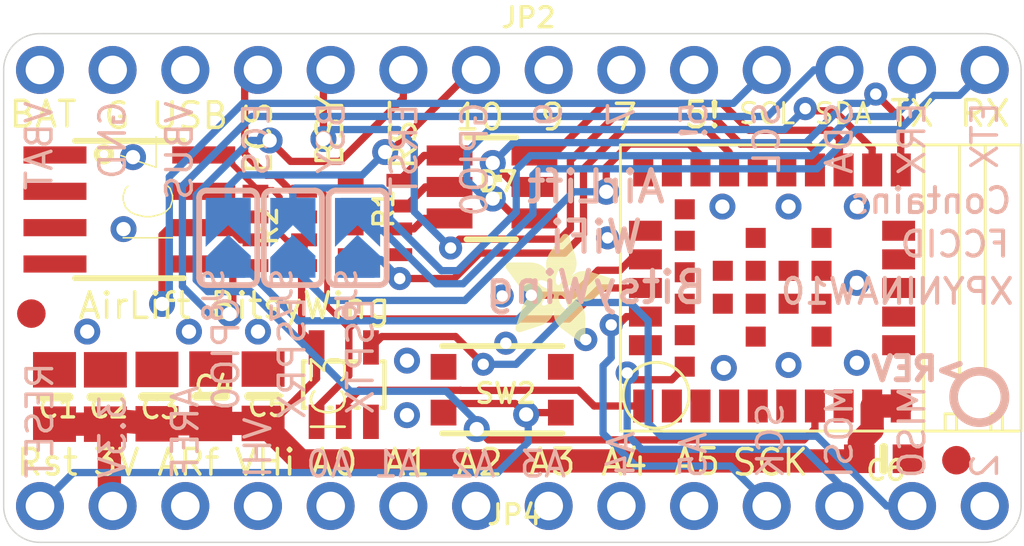
<source format=kicad_pcb>
(kicad_pcb (version 20211014) (generator pcbnew)
  (layers (0 "F.Cu" signal) (31 "B.Cu" signal) (34 "B.Paste" user) (35 "F.Paste" user) (36 "B.SilkS" user "B.Silkscreen") (37 "F.SilkS" user "F.Silkscreen") (38 "B.Mask" user) (39 "F.Mask" user) (44 "Edge.Cuts" user))
  (net 0 "")
  (net 1 "GND")
  (net 2 "MOSI")
  (net 3 "MISO")
  (net 4 "SCK")
  (net 5 "A5")
  (net 6 "A4")
  (net 7 "A3")
  (net 8 "A2")
  (net 9 "A1")
  (net 10 "VBUS")
  (net 11 "VBAT")
  (net 12 "AREF")
  (net 13 "A0")
  (net 14 "SCL")
  (net 15 "SDA")
  (net 16 "D9")
  (net 17 "D7")
  (net 18 "~{RESET}")
  (net 19 "D2")
  (net 20 "VHI")
  (net 21 "3.3V")
  (net 22 "ESP_MISO")
  (net 23 "ESP_BUSY")
  (net 24 "ESP_TX")
  (net 25 "RED")
  (net 26 "BLUE")
  (net 27 "GREEN")
  (net 28 "ESP_GPIO0")
  (net 29 "ESP_CS")
  (net 30 "ESP_RX")
  (net 31 "ESP_RESET")
  (net 32 "GPIO0")
  (net 33 "ETX")
  (net 34 "ERX")
  (net 35 "N$5")
  (net 36 "N$6")
  (net 37 "N$7")
  (net 38 "D5")
  (footprint "boardEagle:0805-NO" (layer "F.Cu") (at 134.2771 108.8136 90)
    (fp_text reference "C2")
    (fp_text value "10uF")
  )
  (footprint "boardEagle:0603-NO" (layer "F.Cu") (at 161.4805 110.9726)
    (fp_text reference "C6")
    (fp_text value "0.1uF")
  )
  (footprint "boardEagle:RESPACK_4X0603_NO" (layer "F.Cu") (at 143.7005 102.5398 90)
    (fp_text reference "R1")
    (fp_text value "1K")
  )
  (footprint "boardEagle:ADAFRUIT_3.5MM" (layer "F.Cu") (at 148.2471 106.9086)
    (fp_text reference "U$62" hide)
    (fp_text value "" hide)
  )
  (footprint "boardEagle:0805-NO" (layer "F.Cu") (at 136.0805 108.8009 90)
    (fp_text reference "C3")
    (fp_text value "10uF")
  )
  (footprint "boardEagle:SOIC8_150MIL" (layer "F.Cu") (at 135.1153 102.2604 -90)
    (fp_text reference "IC4")
    (fp_text value "ATECCX08")
  )
  (footprint "boardEagle:RESPACK_4X0603_NO" (layer "F.Cu") (at 140.3731 102.9208 -90)
    (fp_text reference "R2")
    (fp_text value "10K")
  )
  (footprint "boardEagle:1X14_ROUND70" (layer "F.Cu") (at 148.5011 112.6236 180)
    (fp_text reference "JP4")
    (fp_text value "")
  )
  (footprint "boardEagle:RGBLED_3535_PLCC6" (layer "F.Cu") (at 147.7645 101.473 -90)
    (fp_text reference "D7")
    (fp_text value "")
  )
  (footprint "boardEagle:FIDUCIAL_1MM" (layer "F.Cu") (at 164.0205 111.0234 -90)
    (fp_text reference "U$34" hide)
    (fp_text value "FIDUCIAL_1MM" hide)
  )
  (footprint "boardEagle:SOT23-5L" (layer "F.Cu") (at 142.6083 108.3818)
    (fp_text reference "IC3")
    (fp_text value "74AHC1G125")
  )
  (footprint "boardEagle:0805-NO" (layer "F.Cu") (at 139.7889 108.7882 90)
    (fp_text reference "C5")
    (fp_text value "10uF")
  )
  (footprint "boardEagle:1X14_ROUND70" (layer "F.Cu") (at 148.5011 97.3836)
    (fp_text reference "JP2")
    (fp_text value "")
  )
  (footprint "boardEagle:ARDUINO-UCS&SOCS_NINA-W1X" (layer "F.Cu") (at 158.0261 105.0036 180)
    (fp_text reference "U5" hide)
    (fp_text value "NINA-W102" hide)
  )
  (footprint "boardEagle:FIDUCIAL_1MM" (layer "F.Cu") (at 131.6899 105.8996 90)
    (fp_text reference "U$35" hide)
    (fp_text value "FIDUCIAL_1MM" hide)
  )
  (footprint "boardEagle:0805-NO" (layer "F.Cu") (at 132.4991 108.8136 90)
    (fp_text reference "C1")
    (fp_text value "10uF")
  )
  (footprint "boardEagle:BTN_KMR2_4.6X2.8" (layer "F.Cu") (at 148.1455 108.5596)
    (fp_text reference "SW2")
    (fp_text value "KMR2")
  )
  (footprint "boardEagle:0805-NO" (layer "F.Cu") (at 137.9601 108.7882 90)
    (fp_text reference "C4")
    (fp_text value "10uF")
  )
  (footprint "boardEagle:SOLDERJUMPER_ARROW_NOPASTE" (layer "B.Cu") (at 140.8303 103.251 90)
    (fp_text reference "SJ7")
    (fp_text value "")
  )
  (footprint "boardEagle:SOLDERJUMPER_ARROW_NOPASTE" (layer "B.Cu") (at 138.5697 103.251004 90)
    (fp_text reference "SJ8")
    (fp_text value "")
  )
  (footprint "boardEagle:PCBFEAT-REV-040" (layer "B.Cu") (at 164.8206 108.8136)
    (fp_text reference "U$6" hide)
    (fp_text value "" hide)
  )
  (footprint "boardEagle:SOLDERJUMPER_ARROW_NOPASTE" (layer "B.Cu") (at 143.0909 103.251 90)
    (fp_text reference "SJ6")
    (fp_text value "")
  )
  (gr_line (start 130.7211 97.3836) (end 130.7211 112.6236) (layer "Edge.Cuts") (width 0.05))
  (gr_line (start 166.2811 112.6236) (end 166.2811 97.3836) (layer "Edge.Cuts") (width 0.05))
  (gr_arc (start 130.7211 97.3836) (mid 131.093074 96.485574) (end 131.9911 96.1136) (layer "Edge.Cuts") (width 0.05))
  (gr_line (start 131.9911 113.8936) (end 165.0111 113.8936) (layer "Edge.Cuts") (width 0.05))
  (gr_arc (start 165.0111 96.1136) (mid 165.909126 96.485574) (end 166.2811 97.3836) (layer "Edge.Cuts") (width 0.05))
  (gr_arc (start 166.2811 112.6236) (mid 165.909126 113.521626) (end 165.0111 113.8936) (layer "Edge.Cuts") (width 0.05))
  (gr_arc (start 131.9911 113.8936) (mid 131.093074 113.521626) (end 130.7211 112.6236) (layer "Edge.Cuts") (width 0.05))
  (gr_line (start 165.0111 96.1136) (end 131.9911 96.1136) (layer "Edge.Cuts") (width 0.05))
  (gr_text "BSY" (at 142.1765 98.425 -270) (layer "B.SilkS") (effects (font (size 0.89408 0.89408) (thickness 0.12192)) (justify left mirror)))
  (gr_text "A1" (at 143.5735 111.1631) (layer "B.SilkS") (effects (font (size 0.89408 0.89408) (thickness 0.12192)) (justify right mirror)))
  (gr_text "SDA" (at 159.9311 98.425 -270) (layer "B.SilkS") (effects (font (size 0.89408 0.89408) (thickness 0.12192)) (justify left mirror)))
  (gr_text "MISO" (at 162.4711 111.7346 -270) (layer "B.SilkS") (effects (font (size 0.89408 0.89408) (thickness 0.12192)) (justify right mirror)))
  (gr_text "ERX" (at 162.4711 98.425 -270) (layer "B.SilkS") (effects (font (size 0.89408 0.89408) (thickness 0.12192)) (justify left mirror)))
  (gr_text "Contains" (at 166.0271 102.4636) (layer "B.SilkS") (effects (font (size 0.87376 0.87376) (thickness 0.14224)) (justify left bottom mirror)))
  (gr_text "9" (at 149.7711 98.425 -270) (layer "B.SilkS") (effects (font (size 0.89408 0.89408) (thickness 0.12192)) (justify left mirror)))
  (gr_text "ESPRX" (at 140.8049 105.2068 -270) (layer "B.SilkS") (effects (font (size 0.89408 0.89408) (thickness 0.12192)) (justify left mirror)))
  (gr_text "3.3V" (at 134.5311 111.7346 -270) (layer "B.SilkS") (effects (font (size 0.89408 0.89408) (thickness 0.12192)) (justify right mirror)))
  (gr_text "SCL" (at 157.3911 98.425 -270) (layer "B.SilkS") (effects (font (size 0.89408 0.89408) (thickness 0.12192)) (justify left mirror)))
  (gr_text "ERST" (at 144.7165 98.4758 -270) (layer "B.SilkS") (effects (font (size 0.89408 0.89408) (thickness 0.12192)) (justify left mirror)))
  (gr_text "VBAT" (at 131.9657 98.3996 -270) (layer "B.SilkS") (effects (font (size 0.89408 0.89408) (thickness 0.12192)) (justify left mirror)))
  (gr_text "AREF" (at 137.0711 111.7346 -270) (layer "B.SilkS") (effects (font (size 0.89408 0.89408) (thickness 0.12192)) (justify right mirror)))
  (gr_text "ECS" (at 139.5603 98.4504 -270) (layer "B.SilkS") (effects (font (size 0.89408 0.89408) (thickness 0.12192)) (justify left mirror)))
  (gr_text "AirLift\nWiFi\nBitsyWing" (at 151.4221 103.2256) (layer "B.SilkS") (effects (font (size 1.0922 1.0922) (thickness 0.1778)) (justify mirror)))
  (gr_text "A0" (at 142.9893 111.1631) (layer "B.SilkS") (effects (font (size 0.89408 0.89408) (thickness 0.12192)) (justify left mirror)))
  (gr_text "A3" (at 148.6789 111.1631) (layer "B.SilkS") (effects (font (size 0.89408 0.89408) (thickness 0.12192)) (justify right mirror)))
  (gr_text "RESET" (at 131.9911 111.7346 -270) (layer "B.SilkS") (effects (font (size 0.89408 0.89408) (thickness 0.12192)) (justify right mirror)))
  (gr_text "A4" (at 152.3111 111.7092 -270) (layer "B.SilkS") (effects (font (size 0.89408 0.89408) (thickness 0.12192)) (justify right mirror)))
  (gr_text "SCK" (at 157.5181 111.7346 -270) (layer "B.SilkS") (effects (font (size 0.89408 0.89408) (thickness 0.12192)) (justify right mirror)))
  (gr_text "GPIO0" (at 147.1803 98.425 -270) (layer "B.SilkS") (effects (font (size 0.89408 0.89408) (thickness 0.12192)) (justify left mirror)))
  (gr_text "ESPTX" (at 143.1925 105.2576 -270) (layer "B.SilkS") (effects (font (size 0.89408 0.89408) (thickness 0.12192)) (justify left mirror)))
  (gr_text "GPIO0" (at 138.4935 105.2068 -270) (layer "B.SilkS") (effects (font (size 0.89408 0.89408) (thickness 0.12192)) (justify left mirror)))
  (gr_text "2" (at 165.0111 111.7346 -270) (layer "B.SilkS") (effects (font (size 0.89408 0.89408) (thickness 0.12192)) (justify right mirror)))
  (gr_text "VBUS" (at 136.8679 98.3996 -270) (layer "B.SilkS") (effects (font (size 0.89408 0.89408) (thickness 0.12192)) (justify left mirror)))
  (gr_text "VHI" (at 139.6111 111.7346 -270) (layer "B.SilkS") (effects (font (size 0.89408 0.89408) (thickness 0.12192)) (justify right mirror)))
  (gr_text "FCCID" (at 165.9509 103.9876) (layer "B.SilkS") (effects (font (size 0.87376 0.87376) (thickness 0.14224)) (justify left bottom mirror)))
  (gr_text "A2" (at 146.2151 111.1631) (layer "B.SilkS") (effects (font (size 0.89408 0.89408) (thickness 0.12192)) (justify right mirror)))
  (gr_text "A5" (at 154.8257 111.7346 -270) (layer "B.SilkS") (effects (font (size 0.89408 0.89408) (thickness 0.12192)) (justify right mirror)))
  (gr_text "7" (at 152.3111 98.425 -270) (layer "B.SilkS") (effects (font (size 0.89408 0.89408) (thickness 0.12192)) (justify left mirror)))
  (gr_text "MOSI" (at 159.9311 111.7346 -270) (layer "B.SilkS") (effects (font (size 0.89408 0.89408) (thickness 0.12192)) (justify right mirror)))
  (gr_text "5!" (at 154.8511 98.425 -270) (layer "B.SilkS") (effects (font (size 0.89408 0.89408) (thickness 0.12192)) (justify left mirror)))
  (gr_text "ETX" (at 165.0111 98.425 -270) (layer "B.SilkS") (effects (font (size 0.89408 0.89408) (thickness 0.12192)) (justify left mirror)))
  (gr_text "GND" (at 134.5311 98.3996 -270) (layer "B.SilkS") (effects (font (size 0.89408 0.89408) (thickness 0.12192)) (justify left mirror)))
  (gr_text "XPYNINAW10" (at 166.1033 105.6386) (layer "B.SilkS") (effects (font (size 0.87376 0.87376) (thickness 0.14224)) (justify left bottom mirror)))
  (gr_text "A0" (at 143.1671 111.0996) (layer "F.SilkS") (effects (font (size 0.89408 0.89408) (thickness 0.12192)) (justify right)))
  (gr_text "RX" (at 165.0111 98.9076) (layer "F.SilkS") (effects (font (size 0.89408 0.89408) (thickness 0.12192))))
  (gr_text "ARf" (at 138.3411 111.0996) (layer "F.SilkS") (effects (font (size 0.89408 0.89408) (thickness 0.12192)) (justify right)))
  (gr_text "A2" (at 148.2471 111.0996) (layer "F.SilkS") (effects (font (size 0.89408 0.89408) (thickness 0.12192)) (justify right)))
  (gr_text "SCL" (at 156.3497 98.9076) (layer "F.SilkS") (effects (font (size 0.715264 0.715264) (thickness 0.097536)) (justify left)))
  (gr_text "10" (at 147.3581 99.0346) (layer "F.SilkS") (effects (font (size 0.89408 0.89408) (thickness 0.12192))))
  (gr_text "TX" (at 162.4711 98.9076) (layer "F.SilkS") (effects (font (size 0.89408 0.89408) (thickness 0.12192))))
  (gr_text "SDA" (at 158.9913 98.9076) (layer "F.SilkS") (effects (font (size 0.715264 0.715264) (thickness 0.097536)) (justify left)))
  (gr_text "G" (at 134.1501 98.9838) (layer "F.SilkS") (effects (font (size 0.89408 0.89408) (thickness 0.12192)) (justify left)))
  (gr_text "5!" (at 154.4193 98.9584) (layer "F.SilkS") (effects (font (size 0.89408 0.89408) (thickness 0.12192)) (justify left)))
  (gr_text "A3" (at 150.7871 111.0869) (layer "F.SilkS") (effects (font (size 0.89408 0.89408) (thickness 0.12192)) (justify right)))
  (gr_text "AirLift BitsyWing" (at 133.2611 106.1466) (layer "F.SilkS") (effects (font (size 0.89408 0.89408) (thickness 0.12192)) (justify left bottom)))
  (gr_text "A4" (at 153.3017 111.0996) (layer "F.SilkS") (effects (font (size 0.89408 0.89408) (thickness 0.12192)) (justify right)))
  (gr_text "ECS" (at 139.6365 101.1174 90) (layer "F.SilkS") (effects (font (size 0.89408 0.89408) (thickness 0.12192)) (justify left)))
  (gr_text "USB" (at 135.8011 98.9838) (layer "F.SilkS") (effects (font (size 0.89408 0.89408) (thickness 0.12192)) (justify left)))
  (gr_text "9" (at 149.8981 99.0346) (layer "F.SilkS") (effects (font (size 0.89408 0.89408) (thickness 0.12192))))
  (gr_text "RST" (at 144.6911 100.9396 90) (layer "F.SilkS") (effects (font (size 0.89408 0.89408) (thickness 0.12192)) (justify left)))
  (gr_text "Rst" (at 133.3881 111.0996) (layer "F.SilkS") (effects (font (size 0.89408 0.89408) (thickness 0.12192)) (justify right)))
  (gr_text "BSY" (at 142.1257 100.838 90) (layer "F.SilkS") (effects (font (size 0.89408 0.89408) (thickness 0.12192)) (justify left)))
  (gr_text "A5" (at 155.8417 111.0742) (layer "F.SilkS") (effects (font (size 0.89408 0.89408) (thickness 0.12192)) (justify right)))
  (gr_text "7" (at 151.9301 99.0346) (layer "F.SilkS") (effects (font (size 0.89408 0.89408) (thickness 0.12192)) (justify left)))
  (gr_text "VHi" (at 141.0081 111.0996) (layer "F.SilkS") (effects (font (size 0.89408 0.89408) (thickness 0.12192)) (justify right)))
  (gr_text "BAT" (at 130.8481 98.933) (layer "F.SilkS") (effects (font (size 0.89408 0.89408) (thickness 0.12192)) (justify left)))
  (gr_text "SCK" (at 158.9151 111.0996) (layer "F.SilkS") (effects (font (size 0.89408 0.89408) (thickness 0.12192)) (justify right)))
  (gr_text "3V" (at 135.5471 111.0996) (layer "F.SilkS") (effects (font (size 0.89408 0.89408) (thickness 0.12192)) (justify right)))
  (gr_text "A1" (at 145.7071 111.0996) (layer "F.SilkS") (effects (font (size 0.89408 0.89408) (thickness 0.12192)) (justify right)))
  (via (at 144.8181 109.4486) (size 0.9064) (drill 0.5) (layers "F.Cu" "B.Cu") (net 1))
  (via (at 155.8925 107.7976) (size 0.9064) (drill 0.5) (layers "F.Cu" "B.Cu") (net 1))
  (via (at 137.1981 106.5276) (size 0.9064) (drill 0.5) (layers "F.Cu" "B.Cu") (net 1))
  (via (at 155.8417 102.1588) (size 0.9064) (drill 0.5) (layers "F.Cu" "B.Cu") (net 1))
  (via (at 135.2423 100.4316) (size 0.9064) (drill 0.5) (layers "F.Cu" "B.Cu") (net 1))
  (via (at 151.8285 103.251) (size 0.8064) (drill 0.4) (layers "F.Cu" "B.Cu") (net 1))
  (via (at 160.5407 104.8258) (size 0.9064) (drill 0.5) (layers "F.Cu" "B.Cu") (net 1))
  (via (at 148.2725 106.934) (size 0.8064) (drill 0.4) (layers "F.Cu" "B.Cu") (net 1))
  (via (at 160.5407 102.1588) (size 0.9064) (drill 0.5) (layers "F.Cu" "B.Cu") (net 1))
  (via (at 158.1531 102.1588) (size 0.9064) (drill 0.5) (layers "F.Cu" "B.Cu") (net 1))
  (via (at 148.1455 105.283) (size 0.8064) (drill 0.4) (layers "F.Cu" "B.Cu") (net 1))
  (via (at 151.0665 106.807) (size 0.8064) (drill 0.4) (layers "F.Cu" "B.Cu") (net 1))
  (via (at 139.6111 106.5276) (size 0.9064) (drill 0.5) (layers "F.Cu" "B.Cu") (net 1))
  (via (at 144.8181 107.5436) (size 0.9064) (drill 0.5) (layers "F.Cu" "B.Cu") (net 1))
  (via (at 158.1531 107.696) (size 0.9064) (drill 0.5) (layers "F.Cu" "B.Cu") (net 1))
  (via (at 133.6421 106.5276) (size 0.9064) (drill 0.5) (layers "F.Cu" "B.Cu") (net 1))
  (via (at 134.9121 102.9462) (size 0.9064) (drill 0.5) (layers "F.Cu" "B.Cu") (net 1))
  (via (at 160.5407 107.6198) (size 0.9064) (drill 0.5) (layers "F.Cu" "B.Cu") (net 1))
  (segment (start 154.0689 108.2108) (end 152.7497 108.2108) (width 0.254) (layer "F.Cu") (net 2))
  (segment (start 152.7497 108.2108) (end 152.5143 107.9754) (width 0.254) (layer "F.Cu") (net 2))
  (segment (start 154.5261 107.7536) (end 154.0689 108.2108) (width 0.254) (layer "F.Cu") (net 2))
  (via (at 152.5143 107.9754) (size 0.8064) (drill 0.4) (layers "F.Cu" "B.Cu") (net 2))
  (segment (start 152.5143 110.1344) (end 153.0223 110.6424) (width 0.254) (layer "B.Cu") (net 2))
  (segment (start 159.9311 111.8616) (end 159.9311 112.6236) (width 0.254) (layer "B.Cu") (net 2))
  (segment (start 153.0223 110.6424) (end 158.7119 110.6424) (width 0.254) (layer "B.Cu") (net 2))
  (segment (start 152.5143 107.9754) (end 152.5143 110.1344) (width 0.254) (layer "B.Cu") (net 2))
  (segment (start 158.7119 110.6424) (end 159.9311 111.8616) (width 0.254) (layer "B.Cu") (net 2))
  (segment (start 147.4851 107.6706) (end 146.5153 106.7008) (width 0.254) (layer "F.Cu") (net 3))
  (segment (start 143.9393 106.7008) (end 143.5583 107.0818) (width 0.254) (layer "F.Cu") (net 3))
  (segment (start 146.5153 106.7008) (end 143.9393 106.7008) (width 0.254) (layer "F.Cu") (net 3))
  (via (at 147.4851 107.6706) (size 0.8001) (drill 0.3937) (layers "F.Cu" "B.Cu") (net 3))
  (segment (start 153.7081 110.1852) (end 153.2477 109.7248) (width 0.254) (layer "B.Cu") (net 3))
  (segment (start 152.611687 105.5116) (end 150.7871 105.5116) (width 0.254) (layer "B.Cu") (net 3))
  (segment (start 159.145068 110.1852) (end 153.7081 110.1852) (width 0.254) (layer "B.Cu") (net 3))
  (segment (start 162.4711 112.6236) (end 161.583468 112.6236) (width 0.254) (layer "B.Cu") (net 3))
  (segment (start 153.2477 106.147613) (end 152.611687 105.5116) (width 0.254) (layer "B.Cu") (net 3))
  (segment (start 147.4851 107.6706) (end 148.6281 107.6706) (width 0.254) (layer "B.Cu") (net 3))
  (segment (start 161.583468 112.6236) (end 159.145068 110.1852) (width 0.254) (layer "B.Cu") (net 3))
  (segment (start 150.7871 105.5116) (end 148.6281 107.6706) (width 0.254) (layer "B.Cu") (net 3))
  (segment (start 153.2477 109.7248) (end 153.2477 106.147613) (width 0.254) (layer "B.Cu") (net 3))
  (segment (start 152.4903 106.0036) (end 152.1989 106.295) (width 0.254) (layer "F.Cu") (net 4))
  (segment (start 152.4903 106.0036) (end 153.1511 106.0036) (width 0.254) (layer "F.Cu") (net 4))
  (segment (start 151.9555 106.295) (end 152.1989 106.295) (width 0.254) (layer "F.Cu") (net 4))
  (via (at 151.9555 106.295) (size 0.8064) (drill 0.4) (layers "F.Cu" "B.Cu") (net 4))
  (segment (start 152.8131 111.2266) (end 151.6711 110.0846) (width 0.254) (layer "B.Cu") (net 4))
  (segment (start 151.6711 107.7224) (end 151.6711 110.0846) (width 0.254) (layer "B.Cu") (net 4))
  (segment (start 151.9555 106.295) (end 151.9555 107.438) (width 0.254) (layer "B.Cu") (net 4))
  (segment (start 157.3911 112.4966) (end 157.3911 112.6236) (width 0.254) (layer "B.Cu") (net 4))
  (segment (start 156.1211 111.2266) (end 152.8131 111.2266) (width 0.254) (layer "B.Cu") (net 4))
  (segment (start 151.9555 107.438) (end 151.6711 107.7224) (width 0.254) (layer "B.Cu") (net 4))
  (segment (start 156.1211 111.2266) (end 157.3911 112.4966) (width 0.254) (layer "B.Cu") (net 4))
  (segment (start 138.5945 102.9002) (end 137.7201 102.9002) (width 0.254) (layer "F.Cu") (net 14))
  (segment (start 136.5123 102.8954) (end 136.2583 103.1494) (width 0.254) (layer "F.Cu") (net 14))
  (segment (start 139.0151 103.3208) (end 138.5945 102.9002) (width 0.254) (layer "F.Cu") (net 14))
  (segment (start 137.7153 102.8954) (end 136.5123 102.8954) (width 0.254) (layer "F.Cu") (net 14))
  (segment (start 137.7201 102.9002) (end 137.7153 102.8954) (width 0.254) (layer "F.Cu") (net 14))
  (segment (start 136.2583 103.1494) (end 136.2583 105.5624) (width 0.254) (layer "F.Cu") (net 14))
  (segment (start 139.5231 103.3208) (end 139.0151 103.3208) (width 0.254) (layer "F.Cu") (net 14))
  (via (at 136.2583 105.5624) (size 0.9064) (drill 0.5) (layers "F.Cu" "B.Cu") (net 14))
  (segment (start 136.2583 105.5624) (end 136.5123 105.3084) (width 0.254) (layer "B.Cu") (net 14))
  (segment (start 157.3911 97.3836) (end 156.2227 98.552) (width 0.254) (layer "B.Cu") (net 14))
  (segment (start 136.5123 101.1174) (end 136.5123 105.3084) (width 0.254) (layer "B.Cu") (net 14))
  (segment (start 156.2227 98.552) (end 139.0777 98.552) (width 0.254) (layer "B.Cu") (net 14))
  (segment (start 139.0777 98.552) (end 136.5123 101.1174) (width 0.254) (layer "B.Cu") (net 14))
  (segment (start 139.5231 104.2208) (end 137.745434 104.195535) (width 0.254) (layer "F.Cu") (net 15))
  (segment (start 138.7313 104.2924) (end 138.6043 104.1654) (width 0.254) (layer "F.Cu") (net 15))
  (segment (start 137.7153 104.1654) (end 138.6043 104.1654) (width 0.254) (layer "F.Cu") (net 15))
  (segment (start 138.7313 104.2924) (end 138.7313 105.8032) (width 0.254) (layer "F.Cu") (net 15))
  (segment (start 138.6205 105.914) (end 138.7313 105.8032) (width 0.254) (layer "F.Cu") (net 15))
  (segment (start 137.7153 104.1654) (end 137.745434 104.195535) (width 0.254) (layer "F.Cu") (net 15))
  (via (at 138.6205 105.914) (size 0.9064) (drill 0.5) (layers "F.Cu" "B.Cu") (net 15))
  (segment (start 159.9311 97.3836) (end 159.043468 97.3836) (width 0.254) (layer "B.Cu") (net 15))
  (segment (start 137.9347 105.914) (end 136.9695 104.9488) (width 0.254) (layer "B.Cu") (net 15))
  (segment (start 139.394081 99.0092) (end 136.9695 101.433782) (width 0.254) (layer "B.Cu") (net 15))
  (segment (start 137.9347 105.914) (end 138.6205 105.914) (width 0.254) (layer "B.Cu") (net 15))
  (segment (start 136.9695 101.433782) (end 136.9695 104.9488) (width 0.254) (layer "B.Cu") (net 15))
  (segment (start 159.043468 97.3836) (end 157.417868 99.0092) (width 0.254) (layer "B.Cu") (net 15))
  (segment (start 157.417868 99.0092) (end 139.394081 99.0092) (width 0.254) (layer "B.Cu") (net 15))
  (segment (start 149.0473 109.3596) (end 148.9837 109.4232) (width 0.254) (layer "F.Cu") (net 18))
  (segment (start 146.4129 109.0422) (end 146.0955 109.3596) (width 0.254) (layer "F.Cu") (net 18))
  (segment (start 150.1955 109.3596) (end 149.0473 109.3596) (width 0.254) (layer "F.Cu") (net 18))
  (segment (start 148.6027 109.0422) (end 146.4129 109.0422) (width 0.254) (layer "F.Cu") (net 18))
  (segment (start 148.9837 109.4232) (end 148.6027 109.0422) (width 0.254) (layer "F.Cu") (net 18))
  (via (at 148.9837 109.4232) (size 0.9064) (drill 0.5) (layers "F.Cu" "B.Cu") (net 18))
  (segment (start 133.1595 111.4552) (end 147.9874 111.4552) (width 0.254) (layer "B.Cu") (net 18))
  (segment (start 149.0559 110.3867) (end 149.0559 109.7377) (width 0.254) (layer "B.Cu") (net 18))
  (segment (start 131.9911 112.6236) (end 133.1595 111.4552) (width 0.254) (layer "B.Cu") (net 18))
  (segment (start 147.9874 111.4552) (end 149.0559 110.3867) (width 0.254) (layer "B.Cu") (net 18))
  (segment (start 149.0559 109.7377) (end 148.9837 109.6655) (width 0.254) (layer "B.Cu") (net 18))
  (segment (start 148.9837 109.6655) (end 148.9837 109.4232) (width 0.254) (layer "B.Cu") (net 18))
  (segment (start 161.0761 109.1286) (end 162.0761 109.1286) (width 0.8128) (layer "F.Cu") (net 21))
  (segment (start 134.4168 109.6239) (end 136.0805 109.7509) (width 0.8128) (layer "F.Cu") (net 21))
  (segment (start 141.2231 103.3208) (end 141.1913 103.3526) (width 0.2032) (layer "F.Cu") (net 21))
  (segment (start 160.6305 110.4002) (end 161.0761 109.9546) (width 0.8128) (layer "F.Cu") (net 21))
  (segment (start 134.5311 112.6236) (end 134.4168 112.5093) (width 0.8128) (layer "F.Cu") (net 21))
  (segment (start 141.6583 107.0818) (end 141.6583 108.1634) (width 0.254) (layer "F.Cu") (net 21))
  (segment (start 137.9601 109.7382) (end 137.9474 109.7509) (width 0.8128) (layer "F.Cu") (net 21))
  (segment (start 160.6305 110.9726) (end 160.6305 110.4002) (width 0.8128) (layer "F.Cu") (net 21))
  (segment (start 141.0995 111.0488) (end 139.7889 109.7382) (width 0.8128) (layer "F.Cu") (net 21))
  (segment (start 134.2771 109.7636) (end 134.298806 109.741894) (width 0.8128) (layer "F.Cu") (net 21))
  (segment (start 140.1191 101.5746) (end 139.5693 101.5746) (width 0.2032) (layer "F.Cu") (net 21))
  (segment (start 134.4168 112.5093) (end 134.4168 109.7509) (width 0.8128) (layer "F.Cu") (net 21))
  (segment (start 161.0761 109.9546) (end 161.0761 109.1286) (width 0.8128) (layer "F.Cu") (net 21))
  (segment (start 141.1351 104.2208) (end 141.1351 106.5586) (width 0.254) (layer "F.Cu") (net 21))
  (segment (start 140.3731 103.0986) (end 140.3731 101.8286) (width 0.2032) (layer "F.Cu") (net 21))
  (segment (start 141.1351 106.5586) (end 141.6583 107.0818) (width 0.254) (layer "F.Cu") (net 21))
  (segment (start 141.2231 103.3208) (end 141.2231 104.2208) (width 0.254) (layer "F.Cu") (net 21))
  (segment (start 140.0835 109.7382) (end 139.7889 109.7382) (width 0.254) (layer "F.Cu") (net 21))
  (segment (start 141.2231 104.2208) (end 141.1351 104.2208) (width 0.254) (layer "F.Cu") (net 21))
  (segment (start 140.3731 101.8286) (end 140.1191 101.5746) (width 0.2032) (layer "F.Cu") (net 21))
  (segment (start 138.3919 100.3554) (end 137.7153 100.3554) (width 0.2032) (layer "F.Cu") (net 21))
  (segment (start 141.1913 103.3526) (end 140.6271 103.3526) (width 0.2032) (layer "F.Cu") (net 21))
  (segment (start 160.6169 111.0488) (end 141.0995 111.0488) (width 0.8128) (layer "F.Cu") (net 21))
  (segment (start 139.5231 101.6208) (end 139.5231 101.4866) (width 0.2032) (layer "F.Cu") (net 21))
  (segment (start 139.5693 101.5746) (end 139.5231 101.6208) (width 0.2032) (layer "F.Cu") (net 21))
  (segment (start 137.9474 109.7509) (end 136.0805 109.7509) (width 0.8128) (layer "F.Cu") (net 21))
  (segment (start 140.6271 103.3526) (end 140.3731 103.0986) (width 0.2032) (layer "F.Cu") (net 21))
  (segment (start 134.4168 109.7509) (end 134.4168 109.6239) (width 0.8128) (layer "F.Cu") (net 21))
  (segment (start 134.2771 109.7636) (end 132.4991 109.7636) (width 0.8128) (layer "F.Cu") (net 21))
  (segment (start 160.6305 111.0352) (end 160.6169 111.0488) (width 0.8128) (layer "F.Cu") (net 21))
  (segment (start 139.7889 109.7382) (end 137.9601 109.7382) (width 0.8128) (layer "F.Cu") (net 21))
  (segment (start 139.5231 101.4866) (end 138.3919 100.3554) (width 0.2032) (layer "F.Cu") (net 21))
  (segment (start 160.6305 110.9726) (end 160.6305 111.0352) (width 0.8128) (layer "F.Cu") (net 21))
  (segment (start 134.298806 109.741894) (end 134.4168 109.7509) (width 0.8128) (layer "F.Cu") (net 21))
  (segment (start 141.6583 108.1634) (end 140.0835 109.7382) (width 0.254) (layer "F.Cu") (net 21))
  (segment (start 148.5926 108.5794) (end 150.811112 108.5794) (width 0.254) (layer "F.Cu") (net 22))
  (segment (start 146.687875 108.585) (end 146.682275 108.5794) (width 0.254) (layer "F.Cu") (net 22))
  (segment (start 151.360312 109.1286) (end 150.811112 108.5794) (width 0.254) (layer "F.Cu") (net 22))
  (segment (start 148.587 108.585) (end 148.5926 108.5794) (width 0.254) (layer "F.Cu") (net 22))
  (segment (start 153.0761 109.1286) (end 151.360312 109.1286) (width 0.254) (layer "F.Cu") (net 22))
  (segment (start 142.6083 109.1184) (end 142.6083 109.6818) (width 0.254) (layer "F.Cu") (net 22))
  (segment (start 146.687875 108.585) (end 148.587 108.585) (width 0.254) (layer "F.Cu") (net 22))
  (segment (start 146.682275 108.5794) (end 143.1473 108.5794) (width 0.254) (layer "F.Cu") (net 22))
  (segment (start 143.1473 108.5794) (end 142.6083 109.1184) (width 0.254) (layer "F.Cu") (net 22))
  (segment (start 159.0761 109.1286) (end 159.0761 109.9226) (width 0.254) (layer "F.Cu") (net 23))
  (segment (start 140.0175 99.8474) (end 140.7501 100.58) (width 0.254) (layer "F.Cu") (net 23))
  (segment (start 158.6865 110.3122) (end 147.6629 110.3122) (width 0.254) (layer "F.Cu") (net 23))
  (segment (start 147.6629 110.3122) (end 147.2859 109.9352) (width 0.254) (layer "F.Cu") (net 23))
  (segment (start 147.2565 109.9352) (end 147.2859 109.9352) (width 0.254) (layer "F.Cu") (net 23))
  (segment (start 159.0761 109.9226) (end 158.6865 110.3122) (width 0.254) (layer "F.Cu") (net 23))
  (segment (start 144.6911 98.3645) (end 142.4756 100.58) (width 0.254) (layer "F.Cu") (net 23))
  (segment (start 140.7501 100.58) (end 142.4756 100.58) (width 0.254) (layer "F.Cu") (net 23))
  (segment (start 144.6911 98.3645) (end 144.6911 97.3836) (width 0.254) (layer "F.Cu") (net 23))
  (via (at 147.2565 109.9352) (size 0.9064) (drill 0.5) (layers "F.Cu" "B.Cu") (net 23))
  (via (at 140.0175 99.8474) (size 0.9064) (drill 0.5) (layers "F.Cu" "B.Cu") (net 23))
  (segment (start 139.3571 105.1306) (end 142.8409 108.6144) (width 0.254) (layer "B.Cu") (net 23))
  (segment (start 146.1897 108.6144) (end 142.8409 108.6144) (width 0.254) (layer "B.Cu") (net 23))
  (segment (start 147.2565 109.6812) (end 146.1897 108.6144) (width 0.254) (layer "B.Cu") (net 23))
  (segment (start 139.357325 99.8474) (end 137.4513 101.753425) (width 0.254) (layer "B.Cu") (net 23))
  (segment (start 140.0175 99.8474) (end 139.357325 99.8474) (width 0.254) (layer "B.Cu") (net 23))
  (segment (start 137.4513 104.723182) (end 137.4513 101.753425) (width 0.254) (layer "B.Cu") (net 23))
  (segment (start 137.858718 105.1306) (end 139.3571 105.1306) (width 0.254) (layer "B.Cu") (net 23))
  (segment (start 137.858718 105.1306) (end 137.4513 104.723182) (width 0.254) (layer "B.Cu") (net 23))
  (segment (start 147.2565 109.9352) (end 147.2565 109.6812) (width 0.254) (layer "B.Cu") (net 23))
  (segment (start 155.288756 99.472257) (end 152.354921 99.472257) (width 0.254) (layer "F.Cu") (net 24))
  (segment (start 156.0761 100.2596) (end 155.288756 99.472257) (width 0.254) (layer "F.Cu") (net 24))
  (segment (start 156.0761 100.8786) (end 156.0761 100.2596) (width 0.254) (layer "F.Cu") (net 24))
  (segment (start 150.324656 103.7844) (end 147.3581 103.7844) (width 0.254) (layer "F.Cu") (net 24))
  (segment (start 150.9869 100.840279) (end 150.9869 103.122157) (width 0.254) (layer "F.Cu") (net 24))
  (segment (start 147.3581 103.7844) (end 146.4691 104.6734) (width 0.254) (layer "F.Cu") (net 24))
  (segment (start 152.354921 99.472257) (end 150.9869 100.840279) (width 0.254) (layer "F.Cu") (net 24))
  (segment (start 150.9869 103.122157) (end 150.324656 103.7844) (width 0.254) (layer "F.Cu") (net 24))
  (segment (start 146.4691 104.6734) (end 144.5641 104.6734) (width 0.254) (layer "F.Cu") (net 24))
  (via (at 144.5641 104.6734) (size 0.8064) (drill 0.4) (layers "F.Cu" "B.Cu") (net 24))
  (segment (start 143.900015 104.009316) (end 143.642331 104.267) (width 0.254) (layer "B.Cu") (net 24))
  (segment (start 144.5641 104.6734) (end 143.900015 104.009316) (width 0.254) (layer "B.Cu") (net 24))
  (segment (start 143.642331 104.267) (end 143.0909 104.267) (width 0.254) (layer "B.Cu") (net 24))
  (segment (start 161.0761 100.8786) (end 161.0761 100.134288) (width 0.254) (layer "F.Cu") (net 25))
  (segment (start 147.8153 101.8794) (end 147.9439 101.8794) (width 0.254) (layer "F.Cu") (net 25))
  (segment (start 158.7373 98.735288) (end 158.8135 98.811488) (width 0.254) (layer "F.Cu") (net 25))
  (segment (start 149.2725 102.573) (end 148.6375 102.573) (width 0.254) (layer "F.Cu") (net 25))
  (segment (start 161.0761 100.134288) (end 159.7533 98.811488) (width 0.254) (layer "F.Cu") (net 25))
  (segment (start 159.7533 98.811488) (end 158.8135 98.811488) (width 0.254) (layer "F.Cu") (net 25))
  (segment (start 148.6375 102.573) (end 147.9439 101.8794) (width 0.254) (layer "F.Cu") (net 25))
  (via (at 158.7373 98.735288) (size 0.8064) (drill 0.4) (layers "F.Cu" "B.Cu") (net 25))
  (via (at 147.8153 101.8794) (size 0.9064) (drill 0.5) (layers "F.Cu" "B.Cu") (net 25))
  (segment (start 147.698009 99.4664) (end 146.904903 100.2595) (width 0.254) (layer "B.Cu") (net 25))
  (segment (start 147.8153 101.8794) (end 147.5456 101.8794) (width 0.254) (layer "B.Cu") (net 25))
  (segment (start 158.7373 98.735288) (end 158.006187 99.4664) (width 0.254) (layer "B.Cu") (net 25))
  (segment (start 158.006187 99.4664) (end 147.698009 99.4664) (width 0.254) (layer "B.Cu") (net 25))
  (segment (start 147.5456 101.8794) (end 146.9049 101.2387) (width 0.254) (layer "B.Cu") (net 25))
  (segment (start 146.904903 100.2595) (end 146.9049 101.2387) (width 0.254) (layer "B.Cu") (net 25))
  (segment (start 159.6263 99.4918) (end 156.769968 99.4918) (width 0.254) (layer "F.Cu") (net 26))
  (segment (start 160.0761 100.8786) (end 159.9311 100.7336) (width 0.254) (layer "F.Cu") (net 26))
  (segment (start 156.769968 99.4918) (end 155.836025 98.557857) (width 0.254) (layer "F.Cu") (net 26))
  (segment (start 159.9311 99.7966) (end 159.6263 99.4918) (width 0.254) (layer "F.Cu") (net 26))
  (segment (start 159.9311 100.7336) (end 159.9311 99.7966) (width 0.254) (layer "F.Cu") (net 26))
  (segment (start 149.9075 100.373) (end 149.2725 100.373) (width 0.254) (layer "F.Cu") (net 26))
  (segment (start 151.722643 98.557857) (end 149.9075 100.373) (width 0.254) (layer "F.Cu") (net 26))
  (segment (start 155.836025 98.557857) (end 151.722643 98.557857) (width 0.254) (layer "F.Cu") (net 26))
  (segment (start 162.0761 99.102288) (end 161.2011 98.227288) (width 0.254) (layer "F.Cu") (net 27))
  (segment (start 162.0761 100.8786) (end 162.0761 99.102288) (width 0.254) (layer "F.Cu") (net 27))
  (segment (start 148.6535 101.473) (end 147.8153 100.6348) (width 0.254) (layer "F.Cu") (net 27))
  (segment (start 149.2725 101.473) (end 148.6535 101.473) (width 0.254) (layer "F.Cu") (net 27))
  (via (at 147.8153 100.6348) (size 0.9064) (drill 0.5) (layers "F.Cu" "B.Cu") (net 27))
  (via (at 161.2011 98.227288) (size 0.8064) (drill 0.4) (layers "F.Cu" "B.Cu") (net 27))
  (segment (start 148.5265 99.9236) (end 147.8153 100.6348) (width 0.254) (layer "B.Cu") (net 27))
  (segment (start 160.135575 98.552) (end 158.763975 99.9236) (width 0.254) (layer "B.Cu") (net 27))
  (segment (start 158.763975 99.9236) (end 148.5265 99.9236) (width 0.254) (layer "B.Cu") (net 27))
  (segment (start 161.2011 98.227288) (end 160.876387 98.552) (width 0.254) (layer "B.Cu") (net 27))
  (segment (start 160.876387 98.552) (end 160.135575 98.552) (width 0.254) (layer "B.Cu") (net 27))
  (segment (start 151.5001 104.3846) (end 150.6271 105.2576) (width 0.254) (layer "F.Cu") (net 28))
  (segment (start 153.1511 104.0036) (end 152.6431 104.0036) (width 0.254) (layer "F.Cu") (net 28))
  (segment (start 152.2621 104.3846) (end 151.5001 104.3846) (width 0.254) (layer "F.Cu") (net 28))
  (segment (start 152.6431 104.0036) (end 152.2621 104.3846) (width 0.254) (layer "F.Cu") (net 28))
  (segment (start 150.6271 105.2576) (end 149.1615 105.2576) (width 0.254) (layer "F.Cu") (net 28))
  (via (at 149.1615 105.2576) (size 0.8064) (drill 0.4) (layers "F.Cu" "B.Cu") (net 28))
  (segment (start 139.140084 104.267004) (end 138.5697 104.267004) (width 0.254) (layer "B.Cu") (net 28))
  (segment (start 148.6495 106.1506) (end 141.023681 106.1506) (width 0.254) (layer "B.Cu") (net 28))
  (segment (start 149.352 105.4481) (end 148.6495 106.1506) (width 0.254) (layer "B.Cu") (net 28))
  (segment (start 139.140084 104.267004) (end 141.023681 106.1506) (width 0.254) (layer "B.Cu") (net 28))
  (segment (start 149.1615 105.2576) (end 149.352 105.4481) (width 0.254) (layer "B.Cu") (net 28))
  (segment (start 151.5491 105.0036) (end 150.465406 106.087294) (width 0.254) (layer "F.Cu") (net 29))
  (segment (start 153.1511 105.0036) (end 151.5491 105.0036) (width 0.254) (layer "F.Cu") (net 29))
  (segment (start 142.0241 101.8286) (end 142.0241 105.646988) (width 0.2032) (layer "F.Cu") (net 29))
  (segment (start 139.1455 97.8492) (end 139.1455 100.3046) (width 0.254) (layer "F.Cu") (net 29))
  (segment (start 142.7861 106.408988) (end 143.107793 106.087294) (width 0.254) (layer "F.Cu") (net 29))
  (segment (start 140.220762 101.0656) (end 139.9065 101.0656) (width 0.254) (layer "F.Cu") (net 29))
  (segment (start 142.7861 108.063182) (end 142.7861 106.408988) (width 0.254) (layer "F.Cu") (net 29))
  (segment (start 142.0241 105.646988) (end 142.7861 106.408988) (width 0.2032) (layer "F.Cu") (net 29))
  (segment (start 150.465406 106.087294) (end 143.107793 106.087294) (width 0.254) (layer "F.Cu") (net 29))
  (segment (start 139.9065 101.0656) (end 139.1455 100.3046) (width 0.254) (layer "F.Cu") (net 29))
  (segment (start 141.6583 109.190982) (end 142.7861 108.063182) (width 0.254) (layer "F.Cu") (net 29))
  (segment (start 141.2231 101.6208) (end 140.775962 101.6208) (width 0.254) (layer "F.Cu") (net 29))
  (segment (start 141.2231 101.6208) (end 141.8163 101.6208) (width 0.2032) (layer "F.Cu") (net 29))
  (segment (start 141.6583 109.6818) (end 141.6583 109.190982) (width 0.254) (layer "F.Cu") (net 29))
  (segment (start 141.8163 101.6208) (end 142.0241 101.8286) (width 0.2032) (layer "F.Cu") (net 29))
  (segment (start 139.1455 97.8492) (end 139.6111 97.3836) (width 0.254) (layer "F.Cu") (net 29))
  (segment (start 140.775962 101.6208) (end 140.220762 101.0656) (width 0.254) (layer "F.Cu") (net 29))
  (segment (start 152.589325 99.9734) (end 151.782612 100.780113) (width 0.254) (layer "F.Cu") (net 30))
  (segment (start 155.0761 100.8786) (end 155.0761 100.3706) (width 0.254) (layer "F.Cu") (net 30))
  (segment (start 155.0761 100.3706) (end 154.6789 99.9734) (width 0.254) (layer "F.Cu") (net 30))
  (segment (start 154.6789 99.9734) (end 152.589325 99.9734) (width 0.254) (layer "F.Cu") (net 30))
  (segment (start 151.782612 100.780113) (end 151.782612 101.6416) (width 0.254) (layer "F.Cu") (net 30))
  (via (at 151.782612 101.6416) (size 0.9064) (drill 0.5) (layers "F.Cu" "B.Cu") (net 30))
  (segment (start 140.8303 104.267) (end 142.0027 105.4394) (width 0.254) (layer "B.Cu") (net 30))
  (segment (start 142.0027 105.4394) (end 146.841812 105.4394) (width 0.254) (layer "B.Cu") (net 30))
  (segment (start 150.639612 101.6416) (end 146.841812 105.4394) (width 0.254) (layer "B.Cu") (net 30))
  (segment (start 151.782612 101.6416) (end 150.639612 101.6416) (width 0.254) (layer "B.Cu") (net 30))
  (segment (start 150.5297 100.550419) (end 150.5297 102.932775) (width 0.254) (layer "F.Cu") (net 31))
  (segment (start 152.065062 99.015057) (end 150.5297 100.550419) (width 0.254) (layer "F.Cu") (net 31))
  (segment (start 150.164675 103.2978) (end 150.5297 102.932775) (width 0.254) (layer "F.Cu") (net 31))
  (segment (start 141.8971 97.6376) (end 141.8971 99.7966) (width 0.254) (layer "F.Cu") (net 31))
  (segment (start 142.1511 97.3836) (end 141.8971 97.6376) (width 0.254) (layer "F.Cu") (net 31))
  (segment (start 155.519643 99.015057) (end 152.065062 99.015057) (width 0.254) (layer "F.Cu") (net 31))
  (segment (start 159.0761 100.8786) (end 159.0761 100.2116) (width 0.254) (layer "F.Cu") (net 31))
  (segment (start 159.0761 100.2116) (end 158.8389 99.9744) (width 0.254) (layer "F.Cu") (net 31))
  (segment (start 158.8389 99.9744) (end 156.478987 99.9744) (width 0.254) (layer "F.Cu") (net 31))
  (segment (start 150.164675 103.2978) (end 146.650881 103.2978) (width 0.254) (layer "F.Cu") (net 31))
  (segment (start 156.478987 99.9744) (end 155.519643 99.015057) (width 0.254) (layer "F.Cu") (net 31))
  (segment (start 146.3421 103.6066) (end 146.650881 103.2978) (width 0.254) (layer "F.Cu") (net 31))
  (via (at 141.8971 99.7966) (size 0.9064) (drill 0.5) (layers "F.Cu" "B.Cu") (net 31))
  (via (at 146.3421 103.6066) (size 0.8064) (drill 0.4) (layers "F.Cu" "B.Cu") (net 31))
  (segment (start 145.0721 100.0252) (end 144.5133 99.4664) (width 0.254) (layer "B.Cu") (net 31))
  (segment (start 145.0721 100.0252) (end 145.0721 102.3366) (width 0.254) (layer "B.Cu") (net 31))
  (segment (start 146.3421 103.6066) (end 145.0721 102.3366) (width 0.254) (layer "B.Cu") (net 31))
  (segment (start 142.2273 99.4664) (end 141.8971 99.7966) (width 0.254) (layer "B.Cu") (net 31))
  (segment (start 144.5133 99.4664) (end 142.2273 99.4664) (width 0.254) (layer "B.Cu") (net 31))
  (segment (start 147.105468 97.3836) (end 144.235268 100.2538) (width 0.254) (layer "F.Cu") (net 32))
  (segment (start 144.0561 100.2538) (end 144.235268 100.2538) (width 0.254) (layer "F.Cu") (net 32))
  (segment (start 147.105468 97.3836) (end 147.2311 97.3836) (width 0.254) (layer "F.Cu") (net 32))
  (via (at 144.0561 100.2538) (size 0.9064) (drill 0.5) (layers "F.Cu" "B.Cu") (net 32))
  (segment (start 143.256 101.0539) (end 144.0561 100.2538) (width 0.254) (layer "B.Cu") (net 32))
  (segment (start 138.988803 101.0539) (end 138.5697 101.473004) (width 0.254) (layer "B.Cu") (net 32))
  (segment (start 138.988803 101.0539) (end 143.256 101.0539) (width 0.254) (layer "B.Cu") (net 32))
  (segment (start 138.5697 102.235004) (end 138.5697 101.473004) (width 0.254) (layer "B.Cu") (net 32))
  (segment (start 143.9759 102.997) (end 143.8529 102.997) (width 0.254) (layer "B.Cu") (net 33))
  (segment (start 146.779431 104.8552) (end 149.221212 102.413419) (width 0.254) (layer "B.Cu") (net 33))
  (segment (start 159.142737 100.838) (end 160.514337 99.4664) (width 0.254) (layer "B.Cu") (net 33))
  (segment (start 145.8341 104.8552) (end 146.779431 104.8552) (width 0.254) (layer "B.Cu") (net 33))
  (segment (start 162.040668 99.4664) (end 160.514337 99.4664) (width 0.254) (layer "B.Cu") (net 33))
  (segment (start 149.221212 101.0631) (end 149.446312 100.838) (width 0.254) (layer "B.Cu") (net 33))
  (segment (start 149.221212 102.413419) (end 149.221212 101.0631) (width 0.254) (layer "B.Cu") (net 33))
  (segment (start 149.446312 100.838) (end 159.142737 100.838) (width 0.254) (layer "B.Cu") (net 33))
  (segment (start 165.0111 97.3836) (end 164.1221 98.2726) (width 0.254) (layer "B.Cu") (net 33))
  (segment (start 143.8529 102.997) (end 143.0909 102.235) (width 0.254) (layer "B.Cu") (net 33))
  (segment (start 143.9759 102.997) (end 145.8341 104.8552) (width 0.254) (layer "B.Cu") (net 33))
  (segment (start 163.234468 98.2726) (end 162.040668 99.4664) (width 0.254) (layer "B.Cu") (net 33))
  (segment (start 164.1221 98.2726) (end 163.234468 98.2726) (width 0.254) (layer "B.Cu") (net 33))
  (segment (start 140.9192 101.5111) (end 143.939918 101.5111) (width 0.254) (layer "B.Cu") (net 34))
  (segment (start 161.837375 99.0092) (end 160.324956 99.0092) (width 0.254) (layer "B.Cu") (net 34))
  (segment (start 144.2093 101.780482) (end 144.2093 102.583819) (width 0.254) (layer "B.Cu") (net 34))
  (segment (start 158.953356 100.3808) (end 149.129931 100.3808) (width 0.254) (layer "B.Cu") (net 34))
  (segment (start 160.324956 99.0092) (end 158.953356 100.3808) (width 0.254) (layer "B.Cu") (net 34))
  (segment (start 148.637012 102.351038) (end 148.637012 100.873719) (width 0.254) (layer "B.Cu") (net 34))
  (segment (start 143.939918 101.5111) (end 144.2093 101.780482) (width 0.254) (layer "B.Cu") (net 34))
  (segment (start 140.8303 101.6) (end 140.8303 102.235) (width 0.254) (layer "B.Cu") (net 34))
  (segment (start 162.4711 98.375475) (end 161.837375 99.0092) (width 0.254) (layer "B.Cu") (net 34))
  (segment (start 148.637012 100.873719) (end 149.129931 100.3808) (width 0.254) (layer "B.Cu") (net 34))
  (segment (start 146.023481 104.398) (end 146.59005 104.398) (width 0.254) (layer "B.Cu") (net 34))
  (segment (start 162.4711 97.3836) (end 162.4711 98.375475) (width 0.254) (layer "B.Cu") (net 34))
  (segment (start 146.59005 104.398) (end 148.637012 102.351038) (width 0.254) (layer "B.Cu") (net 34))
  (segment (start 144.2093 102.583819) (end 146.023481 104.398) (width 0.254) (layer "B.Cu") (net 34))
  (segment (start 140.9192 101.5111) (end 140.8303 101.6) (width 0.254) (layer "B.Cu") (net 34))
  (segment (start 145.4173 100.373) (end 144.5505 101.2398) (width 0.254) (layer "F.Cu") (net 35))
  (segment (start 146.3065 100.373) (end 145.4173 100.373) (width 0.254) (layer "F.Cu") (net 35))
  (segment (start 145.459275 101.473) (end 144.792475 102.1398) (width 0.254) (layer "F.Cu") (net 36))
  (segment (start 146.3065 101.473) (end 145.459275 101.473) (width 0.254) (layer "F.Cu") (net 36))
  (segment (start 144.792475 102.1398) (end 144.5505 102.1398) (width 0.254) (layer "F.Cu") (net 36))
  (segment (start 146.3065 102.573) (end 145.4175 102.573) (width 0.254) (layer "F.Cu") (net 37))
  (segment (start 145.0507 102.9398) (end 144.5505 102.9398) (width 0.254) (layer "F.Cu") (net 37))
  (segment (start 145.4175 102.573) (end 145.0507 102.9398) (width 0.254) (layer "F.Cu") (net 37))
)
</source>
